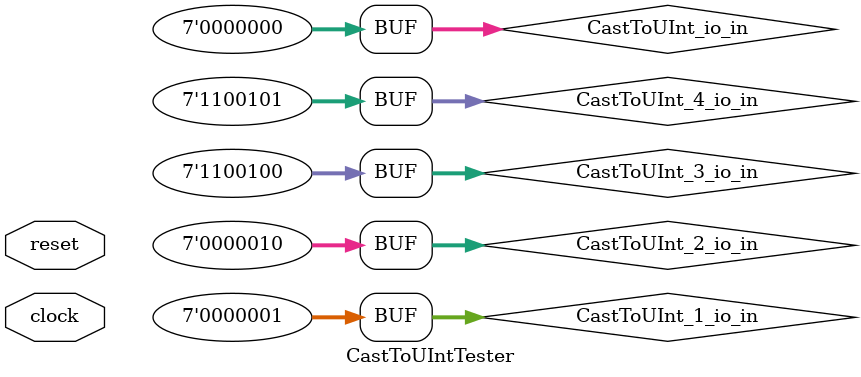
<source format=v>
module CastToUInt(
  input  [6:0] io_in,
  output [6:0] io_out
);
  assign io_out = $unsigned(io_in); // @[StrongEnum.scala 50:10]
endmodule
module CastToUIntTester(
  input   clock,
  input   reset
);
  wire [6:0] CastToUInt_io_in; // @[StrongEnum.scala 153:21]
  wire [6:0] CastToUInt_io_out; // @[StrongEnum.scala 153:21]
  wire [6:0] CastToUInt_1_io_in; // @[StrongEnum.scala 153:21]
  wire [6:0] CastToUInt_1_io_out; // @[StrongEnum.scala 153:21]
  wire [6:0] CastToUInt_2_io_in; // @[StrongEnum.scala 153:21]
  wire [6:0] CastToUInt_2_io_out; // @[StrongEnum.scala 153:21]
  wire [6:0] CastToUInt_3_io_in; // @[StrongEnum.scala 153:21]
  wire [6:0] CastToUInt_3_io_out; // @[StrongEnum.scala 153:21]
  wire [6:0] CastToUInt_4_io_in; // @[StrongEnum.scala 153:21]
  wire [6:0] CastToUInt_4_io_out; // @[StrongEnum.scala 153:21]
  wire  _T; // @[StrongEnum.scala 155:23]
  wire  _T_2; // @[StrongEnum.scala 155:11]
  wire  _T_3; // @[StrongEnum.scala 155:11]
  wire  _T_4; // @[StrongEnum.scala 155:23]
  wire  _T_6; // @[StrongEnum.scala 155:11]
  wire  _T_7; // @[StrongEnum.scala 155:11]
  wire  _T_8; // @[StrongEnum.scala 155:23]
  wire  _T_10; // @[StrongEnum.scala 155:11]
  wire  _T_11; // @[StrongEnum.scala 155:11]
  wire  _T_12; // @[StrongEnum.scala 155:23]
  wire  _T_14; // @[StrongEnum.scala 155:11]
  wire  _T_15; // @[StrongEnum.scala 155:11]
  wire  _T_16; // @[StrongEnum.scala 155:23]
  wire  _T_18; // @[StrongEnum.scala 155:11]
  wire  _T_19; // @[StrongEnum.scala 155:11]
  wire  _T_21; // @[StrongEnum.scala 157:7]
  CastToUInt CastToUInt ( // @[StrongEnum.scala 153:21]
    .io_in(CastToUInt_io_in),
    .io_out(CastToUInt_io_out)
  );
  CastToUInt CastToUInt_1 ( // @[StrongEnum.scala 153:21]
    .io_in(CastToUInt_1_io_in),
    .io_out(CastToUInt_1_io_out)
  );
  CastToUInt CastToUInt_2 ( // @[StrongEnum.scala 153:21]
    .io_in(CastToUInt_2_io_in),
    .io_out(CastToUInt_2_io_out)
  );
  CastToUInt CastToUInt_3 ( // @[StrongEnum.scala 153:21]
    .io_in(CastToUInt_3_io_in),
    .io_out(CastToUInt_3_io_out)
  );
  CastToUInt CastToUInt_4 ( // @[StrongEnum.scala 153:21]
    .io_in(CastToUInt_4_io_in),
    .io_out(CastToUInt_4_io_out)
  );
  assign _T = CastToUInt_io_out == 7'h0; // @[StrongEnum.scala 155:23]
  assign _T_2 = _T | reset; // @[StrongEnum.scala 155:11]
  assign _T_3 = _T_2 == 1'h0; // @[StrongEnum.scala 155:11]
  assign _T_4 = CastToUInt_1_io_out == 7'h1; // @[StrongEnum.scala 155:23]
  assign _T_6 = _T_4 | reset; // @[StrongEnum.scala 155:11]
  assign _T_7 = _T_6 == 1'h0; // @[StrongEnum.scala 155:11]
  assign _T_8 = CastToUInt_2_io_out == 7'h2; // @[StrongEnum.scala 155:23]
  assign _T_10 = _T_8 | reset; // @[StrongEnum.scala 155:11]
  assign _T_11 = _T_10 == 1'h0; // @[StrongEnum.scala 155:11]
  assign _T_12 = CastToUInt_3_io_out == 7'h64; // @[StrongEnum.scala 155:23]
  assign _T_14 = _T_12 | reset; // @[StrongEnum.scala 155:11]
  assign _T_15 = _T_14 == 1'h0; // @[StrongEnum.scala 155:11]
  assign _T_16 = CastToUInt_4_io_out == 7'h65; // @[StrongEnum.scala 155:23]
  assign _T_18 = _T_16 | reset; // @[StrongEnum.scala 155:11]
  assign _T_19 = _T_18 == 1'h0; // @[StrongEnum.scala 155:11]
  assign _T_21 = reset == 1'h0; // @[StrongEnum.scala 157:7]
  assign CastToUInt_io_in = 7'h0; // @[StrongEnum.scala 154:15]
  assign CastToUInt_1_io_in = 7'h1; // @[StrongEnum.scala 154:15]
  assign CastToUInt_2_io_in = 7'h2; // @[StrongEnum.scala 154:15]
  assign CastToUInt_3_io_in = 7'h64; // @[StrongEnum.scala 154:15]
  assign CastToUInt_4_io_in = 7'h65; // @[StrongEnum.scala 154:15]
  always @(posedge clock) begin
    `ifndef SYNTHESIS
    `ifdef PRINTF_COND
      if (`PRINTF_COND) begin
    `endif
        if (_T_3) begin
          $fwrite(32'h80000002,"Assertion failed\n    at StrongEnum.scala:155 assert(mod.io.out === lit)\n"); // @[StrongEnum.scala 155:11]
        end
    `ifdef PRINTF_COND
      end
    `endif
    `endif // SYNTHESIS
    `ifndef SYNTHESIS
    `ifdef STOP_COND
      if (`STOP_COND) begin
    `endif
        if (_T_3) begin
          $fatal; // @[StrongEnum.scala 155:11]
        end
    `ifdef STOP_COND
      end
    `endif
    `endif // SYNTHESIS
    `ifndef SYNTHESIS
    `ifdef PRINTF_COND
      if (`PRINTF_COND) begin
    `endif
        if (_T_7) begin
          $fwrite(32'h80000002,"Assertion failed\n    at StrongEnum.scala:155 assert(mod.io.out === lit)\n"); // @[StrongEnum.scala 155:11]
        end
    `ifdef PRINTF_COND
      end
    `endif
    `endif // SYNTHESIS
    `ifndef SYNTHESIS
    `ifdef STOP_COND
      if (`STOP_COND) begin
    `endif
        if (_T_7) begin
          $fatal; // @[StrongEnum.scala 155:11]
        end
    `ifdef STOP_COND
      end
    `endif
    `endif // SYNTHESIS
    `ifndef SYNTHESIS
    `ifdef PRINTF_COND
      if (`PRINTF_COND) begin
    `endif
        if (_T_11) begin
          $fwrite(32'h80000002,"Assertion failed\n    at StrongEnum.scala:155 assert(mod.io.out === lit)\n"); // @[StrongEnum.scala 155:11]
        end
    `ifdef PRINTF_COND
      end
    `endif
    `endif // SYNTHESIS
    `ifndef SYNTHESIS
    `ifdef STOP_COND
      if (`STOP_COND) begin
    `endif
        if (_T_11) begin
          $fatal; // @[StrongEnum.scala 155:11]
        end
    `ifdef STOP_COND
      end
    `endif
    `endif // SYNTHESIS
    `ifndef SYNTHESIS
    `ifdef PRINTF_COND
      if (`PRINTF_COND) begin
    `endif
        if (_T_15) begin
          $fwrite(32'h80000002,"Assertion failed\n    at StrongEnum.scala:155 assert(mod.io.out === lit)\n"); // @[StrongEnum.scala 155:11]
        end
    `ifdef PRINTF_COND
      end
    `endif
    `endif // SYNTHESIS
    `ifndef SYNTHESIS
    `ifdef STOP_COND
      if (`STOP_COND) begin
    `endif
        if (_T_15) begin
          $fatal; // @[StrongEnum.scala 155:11]
        end
    `ifdef STOP_COND
      end
    `endif
    `endif // SYNTHESIS
    `ifndef SYNTHESIS
    `ifdef PRINTF_COND
      if (`PRINTF_COND) begin
    `endif
        if (_T_19) begin
          $fwrite(32'h80000002,"Assertion failed\n    at StrongEnum.scala:155 assert(mod.io.out === lit)\n"); // @[StrongEnum.scala 155:11]
        end
    `ifdef PRINTF_COND
      end
    `endif
    `endif // SYNTHESIS
    `ifndef SYNTHESIS
    `ifdef STOP_COND
      if (`STOP_COND) begin
    `endif
        if (_T_19) begin
          $fatal; // @[StrongEnum.scala 155:11]
        end
    `ifdef STOP_COND
      end
    `endif
    `endif // SYNTHESIS
    `ifndef SYNTHESIS
    `ifdef STOP_COND
      if (`STOP_COND) begin
    `endif
        if (_T_21) begin
          $finish; // @[StrongEnum.scala 157:7]
        end
    `ifdef STOP_COND
      end
    `endif
    `endif // SYNTHESIS
  end
endmodule

</source>
